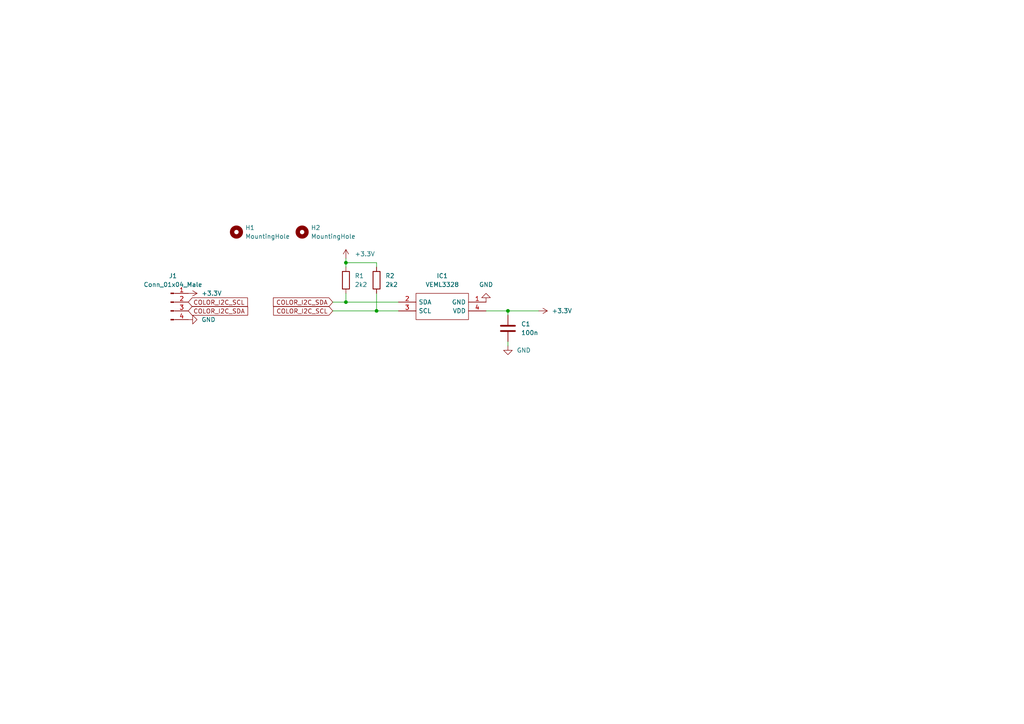
<source format=kicad_sch>
(kicad_sch (version 20211123) (generator eeschema)
  (paper "A4")
  (lib_symbols
    (symbol "Connector:Conn_01x04_Male" (pin_names (offset 1.016) hide)
      (property "Reference" "J" (at 0 5.08 0))
      (property "Value" "Conn_01x04_Male" (at 0 -7.62 0))
      (symbol "Conn_01x04_Male_1_1"
        (polyline (pts (xy 1.27 -5.08) (xy 0.8636 -5.08)) (stroke (width 0.1524)))
        (polyline (pts (xy 1.27 -2.54) (xy 0.8636 -2.54)) (stroke (width 0.1524)))
        (polyline (pts (xy 1.27 0) (xy 0.8636 0)) (stroke (width 0.1524)))
        (polyline (pts (xy 1.27 2.54) (xy 0.8636 2.54)) (stroke (width 0.1524)))
        (rectangle (start 0.8636 -4.953) (end 0 -5.207) (stroke (width 0.1524)) (fill (type outline)))
        (rectangle (start 0.8636 -2.413) (end 0 -2.667) (stroke (width 0.1524)) (fill (type outline)))
        (rectangle (start 0.8636 0.127) (end 0 -0.127) (stroke (width 0.1524)) (fill (type outline)))
        (rectangle (start 0.8636 2.667) (end 0 2.413) (stroke (width 0.1524)) (fill (type outline)))
        (pin passive line (at 5.08 2.54 180) (length 3.81) (name "Pin_1") (number "1"))
        (pin passive line (at 5.08 0 180) (length 3.81) (name "Pin_2") (number "2"))
        (pin passive line (at 5.08 -2.54 180) (length 3.81) (name "Pin_3") (number "3"))
        (pin passive line (at 5.08 -5.08 180) (length 3.81) (name "Pin_4") (number "4"))
      )
    )
    (symbol "Device:C" (pin_numbers hide) (pin_names (offset 0.254))
      (property "Reference" "C" (at 0.635 2.54 0))
      (property "Value" "C" (at 0.635 -2.54 0))
      (symbol "C_0_1"
        (polyline (pts (xy -2.032 -0.762) (xy 2.032 -0.762)) (stroke (width 0.508)))
        (polyline (pts (xy -2.032 0.762) (xy 2.032 0.762)) (stroke (width 0.508)))
      )
      (symbol "C_1_1"
        (pin passive line (at 0 3.81 270) (length 2.794) (name "~") (number "1"))
        (pin passive line (at 0 -3.81 90) (length 2.794) (name "~") (number "2"))
      )
    )
    (symbol "Device:R" (pin_numbers hide) (pin_names (offset 0))
      (property "Reference" "R" (at 2.032 0 90))
      (property "Value" "R" (at 0 0 90))
      (symbol "R_0_1"
        (rectangle (start -1.016 -2.54) (end 1.016 2.54) (stroke (width 0.254)))
      )
      (symbol "R_1_1"
        (pin passive line (at 0 3.81 270) (length 1.27) (name "~") (number "1"))
        (pin passive line (at 0 -3.81 90) (length 1.27) (name "~") (number "2"))
      )
    )
    (symbol "Mechanical:MountingHole" (pin_names (offset 1.016))
      (property "Reference" "H" (at 0 5.08 0))
      (property "Value" "MountingHole" (at 0 3.175 0))
      (symbol "MountingHole_0_1"
        (circle (center 0 0) (radius 1.27) (stroke (width 1.27)))
      )
    )
    (symbol "VEML3328:VEML3328" (pin_names (offset 0.762))
      (property "Reference" "IC" (at 21.59 7.62 0))
      (property "Value" "VEML3328" (at 21.59 5.08 0))
      (symbol "VEML3328_0_0"
        (pin passive line (at 25.4 0 180) (length 5.08) (name "GND") (number "1"))
        (pin passive line (at 0 0 0) (length 5.08) (name "SDA") (number "2"))
        (pin passive line (at 0 -2.54 0) (length 5.08) (name "SCL") (number "3"))
        (pin passive line (at 25.4 -2.54 180) (length 5.08) (name "VDD") (number "4"))
      )
      (symbol "VEML3328_0_1"
        (polyline (pts (xy 5.08 2.54) (xy 20.32 2.54) (xy 20.32 -5.08) (xy 5.08 -5.08) (xy 5.08 2.54)) (stroke (width 0.1524)))
      )
    )
    (symbol "power:+3.3V" (power) (pin_names (offset 0))
      (property "Value" "+3.3V" (at 0 3.556 0))
      (symbol "+3.3V_0_1"
        (polyline (pts (xy -0.762 1.27) (xy 0 2.54)))
        (polyline (pts (xy 0 0) (xy 0 2.54)))
        (polyline (pts (xy 0 2.54) (xy 0.762 1.27)))
      )
      (symbol "+3.3V_1_1"
        (pin power_in line (at 0 0 90) (length 0) hide (name "+3.3V") (number "1"))
      )
    )
    (symbol "power:GND" (power) (pin_names (offset 0))
      (property "Value" "GND" (at 0 -3.81 0))
      (symbol "GND_0_1"
        (polyline (pts (xy 0 0) (xy 0 -1.27) (xy 1.27 -1.27) (xy 0 -2.54) (xy -1.27 -1.27) (xy 0 -1.27)))
      )
      (symbol "GND_1_1"
        (pin power_in line (at 0 0 270) (length 0) hide (name "GND") (number "1"))
      )
    )
  )
  (junction (at 109.22 90.17))
  (junction (at 100.33 76.2))
  (junction (at 100.33 87.63))
  (junction (at 147.32 90.17))
  (wire (pts (xy 147.32 90.17) (xy 156.21 90.17)))
  (wire (pts (xy 100.33 74.93) (xy 100.33 76.2)))
  (wire (pts (xy 147.32 90.17) (xy 147.32 91.44)))
  (wire (pts (xy 100.33 76.2) (xy 109.22 76.2)))
  (wire (pts (xy 109.22 90.17) (xy 115.57 90.17)))
  (wire (pts (xy 147.32 99.06) (xy 147.32 100.33)))
  (wire (pts (xy 109.22 77.47) (xy 109.22 76.2)))
  (wire (pts (xy 100.33 87.63) (xy 115.57 87.63)))
  (wire (pts (xy 96.52 87.63) (xy 100.33 87.63)))
  (wire (pts (xy 100.33 76.2) (xy 100.33 77.47)))
  (wire (pts (xy 140.97 90.17) (xy 147.32 90.17)))
  (wire (pts (xy 96.52 90.17) (xy 109.22 90.17)))
  (wire (pts (xy 100.33 85.09) (xy 100.33 87.63)))
  (wire (pts (xy 109.22 85.09) (xy 109.22 90.17)))
  (global_label "COLOR_I2C_SCL" (shape input) (at 54.61 87.63 0) (property "Intersheet References" "${INTERSHEET_REFS}" (effects hide)))
  (global_label "COLOR_I2C_SDA" (shape input) (at 96.52 87.63 180) (property "Intersheet References" "${INTERSHEET_REFS}" (effects hide)))
  (global_label "COLOR_I2C_SCL" (shape input) (at 96.52 90.17 180) (property "Intersheet References" "${INTERSHEET_REFS}" (effects hide)))
  (global_label "COLOR_I2C_SDA" (shape input) (at 54.61 90.17 0) (property "Intersheet References" "${INTERSHEET_REFS}" (effects hide)))
  (symbol (lib_id "Device:R") (at 100.33 81.28 0) (unit 1)
    (property "Reference" "R1" (at 102.87 80.0099 0) (effects (justify left)))
    (property "Value" "2k2" (at 102.87 82.5499 0) (effects (justify left)))
    (property "Footprint" "Resistor_SMD:R_0201_0603Metric_Pad0.64x0.40mm_HandSolder" (effects hide))
  )
  (symbol (lib_id "Connector:Conn_01x04_Male") (at 49.53 87.63 0) (unit 1)
    (property "Reference" "J1" (at 50.165 80.01 0))
    (property "Value" "Conn_01x04_Male" (at 50.165 82.55 0))
    (property "Footprint" "Connector_PinHeader_2.54mm:PinHeader_1x04_P2.54mm_Vertical" (effects hide))
  )
  (symbol (lib_id "power:+3.3V") (at 54.61 85.09 270) (unit 1)
    (property "Reference" "#PWR01" (effects hide))
    (property "Value" "+3.3V" (at 58.42 85.0899 90) (effects (justify left)))
  )
  (symbol (lib_id "power:GND") (at 140.97 87.63 180) (unit 1)
    (property "Reference" "#PWR04" (effects hide))
    (property "Value" "GND" (at 140.97 82.55 0))
  )
  (symbol (lib_id "power:GND") (at 54.61 92.71 90) (unit 1)
    (property "Reference" "#PWR02" (effects hide))
    (property "Value" "GND" (at 58.42 92.7099 90) (effects (justify right)))
  )
  (symbol (lib_id "Mechanical:MountingHole") (at 87.63 67.31 0) (unit 1)
    (property "Reference" "H2" (at 90.17 66.0399 0) (effects (justify left)))
    (property "Value" "MountingHole" (at 90.17 68.5799 0) (effects (justify left)))
    (property "Footprint" "MountingHole:MountingHole_3.2mm_M3" (effects hide))
  )
  (symbol (lib_id "power:+3.3V") (at 156.21 90.17 270) (unit 1)
    (property "Reference" "#PWR06" (effects hide))
    (property "Value" "+3.3V" (at 160.02 90.1699 90) (effects (justify left)))
  )
  (symbol (lib_id "Device:C") (at 147.32 95.25 0) (unit 1)
    (property "Reference" "C1" (at 151.13 93.9799 0) (effects (justify left)))
    (property "Value" "100n" (at 151.13 96.5199 0) (effects (justify left)))
    (property "Footprint" "Capacitor_SMD:C_0201_0603Metric_Pad0.64x0.40mm_HandSolder" (effects hide))
  )
  (symbol (lib_id "power:GND") (at 147.32 100.33 0) (unit 1)
    (property "Reference" "#PWR05" (effects hide))
    (property "Value" "GND" (at 149.86 101.5999 0) (effects (justify left)))
  )
  (symbol (lib_id "Mechanical:MountingHole") (at 68.58 67.31 0) (unit 1)
    (property "Reference" "H1" (at 71.12 66.0399 0) (effects (justify left)))
    (property "Value" "MountingHole" (at 71.12 68.5799 0) (effects (justify left)))
    (property "Footprint" "MountingHole:MountingHole_3.2mm_M3" (effects hide))
  )
  (symbol (lib_id "Device:R") (at 109.22 81.28 0) (unit 1)
    (property "Reference" "R2" (at 111.76 80.0099 0) (effects (justify left)))
    (property "Value" "2k2" (at 111.76 82.5499 0) (effects (justify left)))
    (property "Footprint" "Resistor_SMD:R_0201_0603Metric_Pad0.64x0.40mm_HandSolder" (effects hide))
  )
  (symbol (lib_id "power:+3.3V") (at 100.33 74.93 0) (unit 1)
    (property "Reference" "#PWR03" (effects hide))
    (property "Value" "+3.3V" (at 102.87 73.6599 0) (effects (justify left)))
  )
  (symbol (lib_id "VEML3328:VEML3328") (at 115.57 87.63 0) (unit 1)
    (property "Reference" "IC1" (at 128.27 80.01 0))
    (property "Value" "VEML3328" (at 128.27 82.55 0))
    (property "Footprint" "KiCad:VEML3328" (effects hide))
    (property "Datasheet" "https://componentsearchengine.com/Datasheets/1/VEML3328.pdf" (effects hide))
    (property "Description" "Photo IC Sensors RGBCIR Color Sensor I2C bus OPLGA4" (effects hide))
    (property "Height" "1.1" (effects hide))
    (property "Manufacturer_Name" "Vishay" (effects hide))
    (property "Manufacturer_Part_Number" "VEML3328" (effects hide))
    (property "Mouser Part Number" "78-VEML3328" (effects hide))
    (property "Mouser Price/Stock" "https://www.mouser.co.uk/ProductDetail/Vishay-Semiconductors/VEML3328?qs=d0WKAl%252BL4Kbpb5hwM69hRw%3D%3D" (effects hide))
    (property "Arrow Part Number" "VEML3328" (effects hide))
    (property "Arrow Price/Stock" "https://www.arrow.com/en/products/veml3328/vishay?region=nac" (effects hide))
  )
)
</source>
